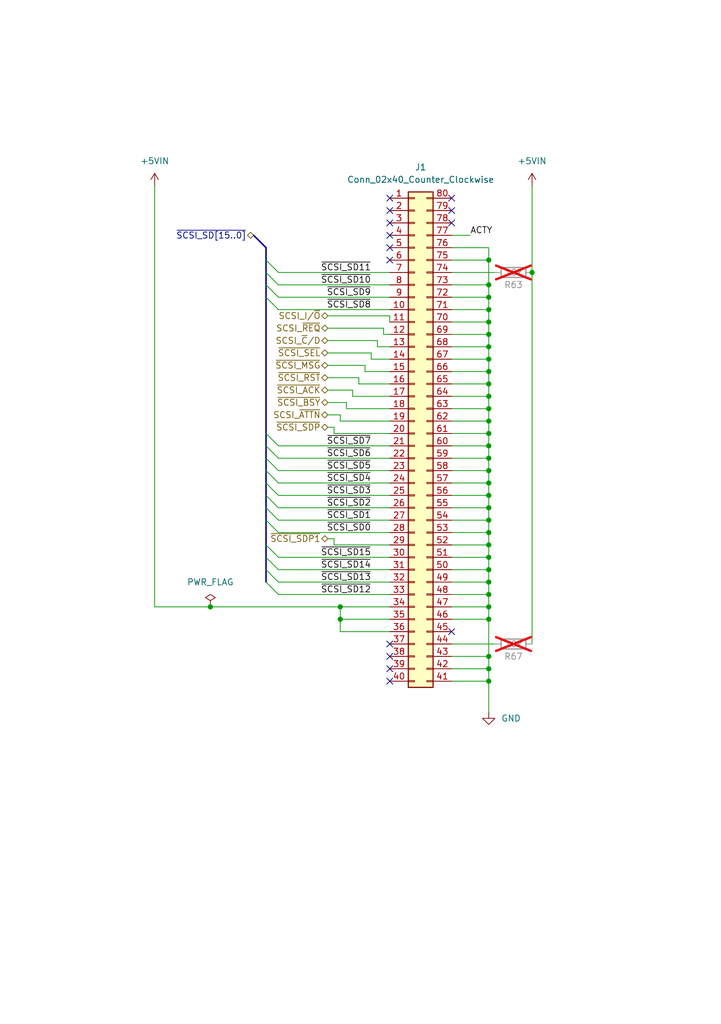
<source format=kicad_sch>
(kicad_sch (version 20250114) (generator "eeschema") (generator_version "9.0")
  (paper "A5" portrait)
  (title_block (title "GBSCSI2 Common Platform - SCSI Headers, 2mm/2.54mm") (date "2026-02-01") (rev "2.0") (comment 1 "Drawn by George R. M."))
  (lib_symbols
    (symbol "Connector_Generic:Conn_02x40_Counter_Clockwise" (pin_names (offset 1.016) (hide yes))
      (property "Reference" "J" (at 1.27 50.8 0))
      (property "Value" "Conn_02x40_Counter_Clockwise" (at 1.27 -53.34 0))
      (symbol "Conn_02x40_Counter_Clockwise_1_1"
        (rectangle (start -1.27 49.53) (end 3.81 -52.07) (stroke (width 0.254)) (fill (type background)))
        (rectangle (start -1.27 48.387) (end 0 48.133) (stroke (width 0.1524)))
        (rectangle (start -1.27 45.847) (end 0 45.593) (stroke (width 0.1524)))
        (rectangle (start -1.27 43.307) (end 0 43.053) (stroke (width 0.1524)))
        (rectangle (start -1.27 40.767) (end 0 40.513) (stroke (width 0.1524)))
        (rectangle (start -1.27 38.227) (end 0 37.973) (stroke (width 0.1524)))
        (rectangle (start -1.27 35.687) (end 0 35.433) (stroke (width 0.1524)))
        (rectangle (start -1.27 33.147) (end 0 32.893) (stroke (width 0.1524)))
        (rectangle (start -1.27 30.607) (end 0 30.353) (stroke (width 0.1524)))
        (rectangle (start -1.27 28.067) (end 0 27.813) (stroke (width 0.1524)))
        (rectangle (start -1.27 25.527) (end 0 25.273) (stroke (width 0.1524)))
        (rectangle (start -1.27 22.987) (end 0 22.733) (stroke (width 0.1524)))
        (rectangle (start -1.27 20.447) (end 0 20.193) (stroke (width 0.1524)))
        (rectangle (start -1.27 17.907) (end 0 17.653) (stroke (width 0.1524)))
        (rectangle (start -1.27 15.367) (end 0 15.113) (stroke (width 0.1524)))
        (rectangle (start -1.27 12.827) (end 0 12.573) (stroke (width 0.1524)))
        (rectangle (start -1.27 10.287) (end 0 10.033) (stroke (width 0.1524)))
        (rectangle (start -1.27 7.747) (end 0 7.493) (stroke (width 0.1524)))
        (rectangle (start -1.27 5.207) (end 0 4.953) (stroke (width 0.1524)))
        (rectangle (start -1.27 2.667) (end 0 2.413) (stroke (width 0.1524)))
        (rectangle (start -1.27 0.127) (end 0 -0.127) (stroke (width 0.1524)))
        (rectangle (start -1.27 -2.413) (end 0 -2.667) (stroke (width 0.1524)))
        (rectangle (start -1.27 -4.953) (end 0 -5.207) (stroke (width 0.1524)))
        (rectangle (start -1.27 -7.493) (end 0 -7.747) (stroke (width 0.1524)))
        (rectangle (start -1.27 -10.033) (end 0 -10.287) (stroke (width 0.1524)))
        (rectangle (start -1.27 -12.573) (end 0 -12.827) (stroke (width 0.1524)))
        (rectangle (start -1.27 -15.113) (end 0 -15.367) (stroke (width 0.1524)))
        (rectangle (start -1.27 -17.653) (end 0 -17.907) (stroke (width 0.1524)))
        (rectangle (start -1.27 -20.193) (end 0 -20.447) (stroke (width 0.1524)))
        (rectangle (start -1.27 -22.733) (end 0 -22.987) (stroke (width 0.1524)))
        (rectangle (start -1.27 -25.273) (end 0 -25.527) (stroke (width 0.1524)))
        (rectangle (start -1.27 -27.813) (end 0 -28.067) (stroke (width 0.1524)))
        (rectangle (start -1.27 -30.353) (end 0 -30.607) (stroke (width 0.1524)))
        (rectangle (start -1.27 -32.893) (end 0 -33.147) (stroke (width 0.1524)))
        (rectangle (start -1.27 -35.433) (end 0 -35.687) (stroke (width 0.1524)))
        (rectangle (start -1.27 -37.973) (end 0 -38.227) (stroke (width 0.1524)))
        (rectangle (start -1.27 -40.513) (end 0 -40.767) (stroke (width 0.1524)))
        (rectangle (start -1.27 -43.053) (end 0 -43.307) (stroke (width 0.1524)))
        (rectangle (start -1.27 -45.593) (end 0 -45.847) (stroke (width 0.1524)))
        (rectangle (start -1.27 -48.133) (end 0 -48.387) (stroke (width 0.1524)))
        (rectangle (start -1.27 -50.673) (end 0 -50.927) (stroke (width 0.1524)))
        (rectangle (start 3.81 48.387) (end 2.54 48.133) (stroke (width 0.1524)))
        (rectangle (start 3.81 45.847) (end 2.54 45.593) (stroke (width 0.1524)))
        (rectangle (start 3.81 43.307) (end 2.54 43.053) (stroke (width 0.1524)))
        (rectangle (start 3.81 40.767) (end 2.54 40.513) (stroke (width 0.1524)))
        (rectangle (start 3.81 38.227) (end 2.54 37.973) (stroke (width 0.1524)))
        (rectangle (start 3.81 35.687) (end 2.54 35.433) (stroke (width 0.1524)))
        (rectangle (start 3.81 33.147) (end 2.54 32.893) (stroke (width 0.1524)))
        (rectangle (start 3.81 30.607) (end 2.54 30.353) (stroke (width 0.1524)))
        (rectangle (start 3.81 28.067) (end 2.54 27.813) (stroke (width 0.1524)))
        (rectangle (start 3.81 25.527) (end 2.54 25.273) (stroke (width 0.1524)))
        (rectangle (start 3.81 22.987) (end 2.54 22.733) (stroke (width 0.1524)))
        (rectangle (start 3.81 20.447) (end 2.54 20.193) (stroke (width 0.1524)))
        (rectangle (start 3.81 17.907) (end 2.54 17.653) (stroke (width 0.1524)))
        (rectangle (start 3.81 15.367) (end 2.54 15.113) (stroke (width 0.1524)))
        (rectangle (start 3.81 12.827) (end 2.54 12.573) (stroke (width 0.1524)))
        (rectangle (start 3.81 10.287) (end 2.54 10.033) (stroke (width 0.1524)))
        (rectangle (start 3.81 7.747) (end 2.54 7.493) (stroke (width 0.1524)))
        (rectangle (start 3.81 5.207) (end 2.54 4.953) (stroke (width 0.1524)))
        (rectangle (start 3.81 2.667) (end 2.54 2.413) (stroke (width 0.1524)))
        (rectangle (start 3.81 0.127) (end 2.54 -0.127) (stroke (width 0.1524)))
        (rectangle (start 3.81 -2.413) (end 2.54 -2.667) (stroke (width 0.1524)))
        (rectangle (start 3.81 -4.953) (end 2.54 -5.207) (stroke (width 0.1524)))
        (rectangle (start 3.81 -7.493) (end 2.54 -7.747) (stroke (width 0.1524)))
        (rectangle (start 3.81 -10.033) (end 2.54 -10.287) (stroke (width 0.1524)))
        (rectangle (start 3.81 -12.573) (end 2.54 -12.827) (stroke (width 0.1524)))
        (rectangle (start 3.81 -15.113) (end 2.54 -15.367) (stroke (width 0.1524)))
        (rectangle (start 3.81 -17.653) (end 2.54 -17.907) (stroke (width 0.1524)))
        (rectangle (start 3.81 -20.193) (end 2.54 -20.447) (stroke (width 0.1524)))
        (rectangle (start 3.81 -22.733) (end 2.54 -22.987) (stroke (width 0.1524)))
        (rectangle (start 3.81 -25.273) (end 2.54 -25.527) (stroke (width 0.1524)))
        (rectangle (start 3.81 -27.813) (end 2.54 -28.067) (stroke (width 0.1524)))
        (rectangle (start 3.81 -30.353) (end 2.54 -30.607) (stroke (width 0.1524)))
        (rectangle (start 3.81 -32.893) (end 2.54 -33.147) (stroke (width 0.1524)))
        (rectangle (start 3.81 -35.433) (end 2.54 -35.687) (stroke (width 0.1524)))
        (rectangle (start 3.81 -37.973) (end 2.54 -38.227) (stroke (width 0.1524)))
        (rectangle (start 3.81 -40.513) (end 2.54 -40.767) (stroke (width 0.1524)))
        (rectangle (start 3.81 -43.053) (end 2.54 -43.307) (stroke (width 0.1524)))
        (rectangle (start 3.81 -45.593) (end 2.54 -45.847) (stroke (width 0.1524)))
        (rectangle (start 3.81 -48.133) (end 2.54 -48.387) (stroke (width 0.1524)))
        (rectangle (start 3.81 -50.673) (end 2.54 -50.927) (stroke (width 0.1524)))
        (pin passive line (at -5.08 48.26 0) (length 3.81) (name "Pin_1") (number "1"))
        (pin passive line (at -5.08 45.72 0) (length 3.81) (name "Pin_2") (number "2"))
        (pin passive line (at -5.08 43.18 0) (length 3.81) (name "Pin_3") (number "3"))
        (pin passive line (at -5.08 40.64 0) (length 3.81) (name "Pin_4") (number "4"))
        (pin passive line (at -5.08 38.1 0) (length 3.81) (name "Pin_5") (number "5"))
        (pin passive line (at -5.08 35.56 0) (length 3.81) (name "Pin_6") (number "6"))
        (pin passive line (at -5.08 33.02 0) (length 3.81) (name "Pin_7") (number "7"))
        (pin passive line (at -5.08 30.48 0) (length 3.81) (name "Pin_8") (number "8"))
        (pin passive line (at -5.08 27.94 0) (length 3.81) (name "Pin_9") (number "9"))
        (pin passive line (at -5.08 25.4 0) (length 3.81) (name "Pin_10") (number "10"))
        (pin passive line (at -5.08 22.86 0) (length 3.81) (name "Pin_11") (number "11"))
        (pin passive line (at -5.08 20.32 0) (length 3.81) (name "Pin_12") (number "12"))
        (pin passive line (at -5.08 17.78 0) (length 3.81) (name "Pin_13") (number "13"))
        (pin passive line (at -5.08 15.24 0) (length 3.81) (name "Pin_14") (number "14"))
        (pin passive line (at -5.08 12.7 0) (length 3.81) (name "Pin_15") (number "15"))
        (pin passive line (at -5.08 10.16 0) (length 3.81) (name "Pin_16") (number "16"))
        (pin passive line (at -5.08 7.62 0) (length 3.81) (name "Pin_17") (number "17"))
        (pin passive line (at -5.08 5.08 0) (length 3.81) (name "Pin_18") (number "18"))
        (pin passive line (at -5.08 2.54 0) (length 3.81) (name "Pin_19") (number "19"))
        (pin passive line (at -5.08 0 0) (length 3.81) (name "Pin_20") (number "20"))
        (pin passive line (at -5.08 -2.54 0) (length 3.81) (name "Pin_21") (number "21"))
        (pin passive line (at -5.08 -5.08 0) (length 3.81) (name "Pin_22") (number "22"))
        (pin passive line (at -5.08 -7.62 0) (length 3.81) (name "Pin_23") (number "23"))
        (pin passive line (at -5.08 -10.16 0) (length 3.81) (name "Pin_24") (number "24"))
        (pin passive line (at -5.08 -12.7 0) (length 3.81) (name "Pin_25") (number "25"))
        (pin passive line (at -5.08 -15.24 0) (length 3.81) (name "Pin_26") (number "26"))
        (pin passive line (at -5.08 -17.78 0) (length 3.81) (name "Pin_27") (number "27"))
        (pin passive line (at -5.08 -20.32 0) (length 3.81) (name "Pin_28") (number "28"))
        (pin passive line (at -5.08 -22.86 0) (length 3.81) (name "Pin_29") (number "29"))
        (pin passive line (at -5.08 -25.4 0) (length 3.81) (name "Pin_30") (number "30"))
        (pin passive line (at -5.08 -27.94 0) (length 3.81) (name "Pin_31") (number "31"))
        (pin passive line (at -5.08 -30.48 0) (length 3.81) (name "Pin_32") (number "32"))
        (pin passive line (at -5.08 -33.02 0) (length 3.81) (name "Pin_33") (number "33"))
        (pin passive line (at -5.08 -35.56 0) (length 3.81) (name "Pin_34") (number "34"))
        (pin passive line (at -5.08 -38.1 0) (length 3.81) (name "Pin_35") (number "35"))
        (pin passive line (at -5.08 -40.64 0) (length 3.81) (name "Pin_36") (number "36"))
        (pin passive line (at -5.08 -43.18 0) (length 3.81) (name "Pin_37") (number "37"))
        (pin passive line (at -5.08 -45.72 0) (length 3.81) (name "Pin_38") (number "38"))
        (pin passive line (at -5.08 -48.26 0) (length 3.81) (name "Pin_39") (number "39"))
        (pin passive line (at -5.08 -50.8 0) (length 3.81) (name "Pin_40") (number "40"))
        (pin passive line (at 7.62 48.26 180) (length 3.81) (name "Pin_80") (number "80"))
        (pin passive line (at 7.62 45.72 180) (length 3.81) (name "Pin_79") (number "79"))
        (pin passive line (at 7.62 43.18 180) (length 3.81) (name "Pin_78") (number "78"))
        (pin passive line (at 7.62 40.64 180) (length 3.81) (name "Pin_77") (number "77"))
        (pin passive line (at 7.62 38.1 180) (length 3.81) (name "Pin_76") (number "76"))
        (pin passive line (at 7.62 35.56 180) (length 3.81) (name "Pin_75") (number "75"))
        (pin passive line (at 7.62 33.02 180) (length 3.81) (name "Pin_74") (number "74"))
        (pin passive line (at 7.62 30.48 180) (length 3.81) (name "Pin_73") (number "73"))
        (pin passive line (at 7.62 27.94 180) (length 3.81) (name "Pin_72") (number "72"))
        (pin passive line (at 7.62 25.4 180) (length 3.81) (name "Pin_71") (number "71"))
        (pin passive line (at 7.62 22.86 180) (length 3.81) (name "Pin_70") (number "70"))
        (pin passive line (at 7.62 20.32 180) (length 3.81) (name "Pin_69") (number "69"))
        (pin passive line (at 7.62 17.78 180) (length 3.81) (name "Pin_68") (number "68"))
        (pin passive line (at 7.62 15.24 180) (length 3.81) (name "Pin_67") (number "67"))
        (pin passive line (at 7.62 12.7 180) (length 3.81) (name "Pin_66") (number "66"))
        (pin passive line (at 7.62 10.16 180) (length 3.81) (name "Pin_65") (number "65"))
        (pin passive line (at 7.62 7.62 180) (length 3.81) (name "Pin_64") (number "64"))
        (pin passive line (at 7.62 5.08 180) (length 3.81) (name "Pin_63") (number "63"))
        (pin passive line (at 7.62 2.54 180) (length 3.81) (name "Pin_62") (number "62"))
        (pin passive line (at 7.62 0 180) (length 3.81) (name "Pin_61") (number "61"))
        (pin passive line (at 7.62 -2.54 180) (length 3.81) (name "Pin_60") (number "60"))
        (pin passive line (at 7.62 -5.08 180) (length 3.81) (name "Pin_59") (number "59"))
        (pin passive line (at 7.62 -7.62 180) (length 3.81) (name "Pin_58") (number "58"))
        (pin passive line (at 7.62 -10.16 180) (length 3.81) (name "Pin_57") (number "57"))
        (pin passive line (at 7.62 -12.7 180) (length 3.81) (name "Pin_56") (number "56"))
        (pin passive line (at 7.62 -15.24 180) (length 3.81) (name "Pin_55") (number "55"))
        (pin passive line (at 7.62 -17.78 180) (length 3.81) (name "Pin_54") (number "54"))
        (pin passive line (at 7.62 -20.32 180) (length 3.81) (name "Pin_53") (number "53"))
        (pin passive line (at 7.62 -22.86 180) (length 3.81) (name "Pin_52") (number "52"))
        (pin passive line (at 7.62 -25.4 180) (length 3.81) (name "Pin_51") (number "51"))
        (pin passive line (at 7.62 -27.94 180) (length 3.81) (name "Pin_50") (number "50"))
        (pin passive line (at 7.62 -30.48 180) (length 3.81) (name "Pin_49") (number "49"))
        (pin passive line (at 7.62 -33.02 180) (length 3.81) (name "Pin_48") (number "48"))
        (pin passive line (at 7.62 -35.56 180) (length 3.81) (name "Pin_47") (number "47"))
        (pin passive line (at 7.62 -38.1 180) (length 3.81) (name "Pin_46") (number "46"))
        (pin passive line (at 7.62 -40.64 180) (length 3.81) (name "Pin_45") (number "45"))
        (pin passive line (at 7.62 -43.18 180) (length 3.81) (name "Pin_44") (number "44"))
        (pin passive line (at 7.62 -45.72 180) (length 3.81) (name "Pin_43") (number "43"))
        (pin passive line (at 7.62 -48.26 180) (length 3.81) (name "Pin_42") (number "42"))
        (pin passive line (at 7.62 -50.8 180) (length 3.81) (name "Pin_41") (number "41"))
      )
    )
    (symbol "Device:R" (pin_numbers (hide yes)) (pin_names (offset 0))
      (property "Reference" "R" (at 2.032 0 90))
      (property "Value" "R" (at 0 0 90))
      (symbol "R_0_1"
        (rectangle (start -1.016 -2.54) (end 1.016 2.54) (stroke (width 0.254)))
      )
      (symbol "R_1_1"
        (pin passive line (at 0 3.81 270) (length 1.27) (name "~") (number "1"))
        (pin passive line (at 0 -3.81 90) (length 1.27) (name "~") (number "2"))
      )
    )
    (symbol "power:+5V" (power) (pin_numbers (hide yes)) (pin_names (offset 0) (hide yes))
      (property "Value" "+5V" (at 0 3.556 0))
      (symbol "+5V_0_1"
        (polyline (pts (xy -0.762 1.27) (xy 0 2.54)))
        (polyline (pts (xy 0 2.54) (xy 0.762 1.27)))
        (polyline (pts (xy 0 0) (xy 0 2.54)))
      )
      (symbol "+5V_1_1"
        (pin power_in line (at 0 0 90) (length 0) (name "~") (number "1"))
      )
    )
    (symbol "power:GND" (power) (pin_numbers (hide yes)) (pin_names (offset 0) (hide yes))
      (property "Value" "GND" (at 0 -3.81 0))
      (symbol "GND_0_1"
        (polyline (pts (xy 0 0) (xy 0 -1.27) (xy 1.27 -1.27) (xy 0 -2.54) (xy -1.27 -1.27) (xy 0 -1.27)))
      )
      (symbol "GND_1_1"
        (pin power_in line (at 0 0 270) (length 0) (name "~") (number "1"))
      )
    )
    (symbol "power:PWR_FLAG" (power) (pin_numbers (hide yes)) (pin_names (offset 0) (hide yes))
      (property "Value" "PWR_FLAG" (at 0 3.81 0))
      (symbol "PWR_FLAG_0_0"
        (pin power_out line (at 0 0 90) (length 0) (name "~") (number "1"))
      )
      (symbol "PWR_FLAG_0_1"
        (polyline (pts (xy 0 0) (xy 0 1.27) (xy -1.016 1.905) (xy 0 2.54) (xy 1.016 1.905) (xy 0 1.27)))
      )
    )
  )
  (junction (at 100.33 99.06))
  (junction (at 100.33 139.7))
  (junction (at 100.33 119.38))
  (junction (at 100.33 81.28))
  (junction (at 100.33 121.92))
  (junction (at 100.33 88.9))
  (junction (at 100.33 83.82))
  (junction (at 100.33 101.6))
  (junction (at 100.33 78.74))
  (junction (at 100.33 116.84))
  (junction (at 100.33 109.22))
  (junction (at 100.33 63.5))
  (junction (at 100.33 104.14))
  (junction (at 100.33 124.46))
  (junction (at 100.33 58.42))
  (junction (at 100.33 86.36))
  (junction (at 43.18 124.46))
  (junction (at 69.85 127))
  (junction (at 100.33 53.34))
  (junction (at 100.33 96.52))
  (junction (at 100.33 111.76))
  (junction (at 100.33 114.3))
  (junction (at 69.85 124.46))
  (junction (at 100.33 91.44))
  (junction (at 100.33 60.96))
  (junction (at 100.33 134.62))
  (junction (at 100.33 73.66))
  (junction (at 100.33 137.16))
  (junction (at 100.33 93.98))
  (junction (at 100.33 71.12))
  (junction (at 100.33 76.2))
  (junction (at 100.33 127))
  (junction (at 100.33 66.04))
  (junction (at 100.33 106.68))
  (junction (at 109.22 55.88))
  (junction (at 100.33 68.58))
  (no_connect (at 80.01 48.26))
  (no_connect (at 80.01 43.18))
  (no_connect (at 92.71 129.54))
  (no_connect (at 80.01 137.16))
  (no_connect (at 80.01 40.64))
  (no_connect (at 92.71 40.64))
  (no_connect (at 80.01 139.7))
  (no_connect (at 92.71 43.18))
  (no_connect (at 80.01 132.08))
  (no_connect (at 80.01 134.62))
  (no_connect (at 80.01 53.34))
  (no_connect (at 80.01 50.8))
  (no_connect (at 92.71 45.72))
  (no_connect (at 80.01 45.72))
  (bus_entry (at 57.15 60.96) (size -2.54 -2.54))
  (bus_entry (at 57.15 58.42) (size -2.54 -2.54))
  (bus_entry (at 57.15 109.22) (size -2.54 -2.54))
  (bus_entry (at 57.15 96.52) (size -2.54 -2.54))
  (bus_entry (at 57.15 121.92) (size -2.54 -2.54))
  (bus_entry (at 57.15 63.5) (size -2.54 -2.54))
  (bus_entry (at 57.15 114.3) (size -2.54 -2.54))
  (bus_entry (at 57.15 99.06) (size -2.54 -2.54))
  (bus_entry (at 57.15 55.88) (size -2.54 -2.54))
  (bus_entry (at 57.15 104.14) (size -2.54 -2.54))
  (bus_entry (at 57.15 106.68) (size -2.54 -2.54))
  (bus_entry (at 57.15 116.84) (size -2.54 -2.54))
  (bus_entry (at 57.15 101.6) (size -2.54 -2.54))
  (bus_entry (at 57.15 93.98) (size -2.54 -2.54))
  (bus_entry (at 57.15 119.38) (size -2.54 -2.54))
  (bus_entry (at 57.15 91.44) (size -2.54 -2.54))
  (wire (pts (xy 71.12 83.82) (xy 80.01 83.82)))
  (wire (pts (xy 92.71 50.8) (xy 100.33 50.8)))
  (wire (pts (xy 57.15 96.52) (xy 80.01 96.52)))
  (wire (pts (xy 80.01 129.54) (xy 69.85 129.54)))
  (wire (pts (xy 100.33 134.62) (xy 100.33 137.16)))
  (wire (pts (xy 76.2 73.66) (xy 80.01 73.66)))
  (bus (pts (xy 54.61 104.14) (xy 54.61 101.6)))
  (wire (pts (xy 109.22 38.1) (xy 109.22 55.88)))
  (wire (pts (xy 69.85 85.09) (xy 69.85 86.36)))
  (wire (pts (xy 100.33 73.66) (xy 100.33 76.2)))
  (wire (pts (xy 100.33 124.46) (xy 100.33 127)))
  (wire (pts (xy 100.33 119.38) (xy 100.33 121.92)))
  (wire (pts (xy 80.01 64.77) (xy 80.01 66.04)))
  (wire (pts (xy 67.31 64.77) (xy 80.01 64.77)))
  (wire (pts (xy 100.33 146.05) (xy 100.33 139.7)))
  (wire (pts (xy 92.71 78.74) (xy 100.33 78.74)))
  (wire (pts (xy 100.33 96.52) (xy 100.33 99.06)))
  (bus (pts (xy 54.61 96.52) (xy 54.61 93.98)))
  (bus (pts (xy 54.61 96.52) (xy 54.61 99.06)))
  (wire (pts (xy 68.58 87.63) (xy 68.58 88.9)))
  (wire (pts (xy 57.15 58.42) (xy 80.01 58.42)))
  (wire (pts (xy 78.74 67.31) (xy 78.74 68.58)))
  (wire (pts (xy 92.71 114.3) (xy 100.33 114.3)))
  (wire (pts (xy 67.31 87.63) (xy 68.58 87.63)))
  (bus (pts (xy 54.61 60.96) (xy 54.61 58.42)))
  (wire (pts (xy 92.71 121.92) (xy 100.33 121.92)))
  (wire (pts (xy 92.71 68.58) (xy 100.33 68.58)))
  (bus (pts (xy 54.61 116.84) (xy 54.61 114.3)))
  (wire (pts (xy 43.18 124.46) (xy 69.85 124.46)))
  (wire (pts (xy 92.71 73.66) (xy 100.33 73.66)))
  (wire (pts (xy 92.71 86.36) (xy 100.33 86.36)))
  (bus (pts (xy 54.61 50.8) (xy 52.07 48.26)))
  (wire (pts (xy 57.15 104.14) (xy 80.01 104.14)))
  (wire (pts (xy 69.85 129.54) (xy 69.85 127)))
  (wire (pts (xy 71.12 82.55) (xy 71.12 83.82)))
  (wire (pts (xy 92.71 93.98) (xy 100.33 93.98)))
  (wire (pts (xy 100.33 106.68) (xy 100.33 109.22)))
  (bus (pts (xy 54.61 106.68) (xy 54.61 104.14)))
  (wire (pts (xy 100.33 101.6) (xy 100.33 104.14)))
  (wire (pts (xy 100.33 88.9) (xy 100.33 91.44)))
  (wire (pts (xy 100.33 81.28) (xy 100.33 83.82)))
  (wire (pts (xy 100.33 93.98) (xy 100.33 96.52)))
  (wire (pts (xy 92.71 96.52) (xy 100.33 96.52)))
  (wire (pts (xy 92.71 99.06) (xy 100.33 99.06)))
  (wire (pts (xy 92.71 109.22) (xy 100.33 109.22)))
  (wire (pts (xy 100.33 50.8) (xy 100.33 53.34)))
  (wire (pts (xy 69.85 124.46) (xy 69.85 127)))
  (wire (pts (xy 100.33 78.74) (xy 100.33 81.28)))
  (wire (pts (xy 67.31 74.93) (xy 74.93 74.93)))
  (wire (pts (xy 73.66 77.47) (xy 73.66 78.74)))
  (wire (pts (xy 100.33 83.82) (xy 100.33 86.36)))
  (wire (pts (xy 92.71 116.84) (xy 100.33 116.84)))
  (wire (pts (xy 100.33 63.5) (xy 100.33 66.04)))
  (bus (pts (xy 54.61 55.88) (xy 54.61 53.34)))
  (wire (pts (xy 72.39 80.01) (xy 72.39 81.28)))
  (wire (pts (xy 92.71 132.08) (xy 101.6 132.08)))
  (bus (pts (xy 54.61 93.98) (xy 54.61 91.44)))
  (wire (pts (xy 92.71 127) (xy 100.33 127)))
  (wire (pts (xy 92.71 111.76) (xy 100.33 111.76)))
  (wire (pts (xy 92.71 83.82) (xy 100.33 83.82)))
  (wire (pts (xy 100.33 86.36) (xy 100.33 88.9)))
  (wire (pts (xy 67.31 110.49) (xy 68.58 110.49)))
  (wire (pts (xy 57.15 99.06) (xy 80.01 99.06)))
  (wire (pts (xy 57.15 93.98) (xy 80.01 93.98)))
  (wire (pts (xy 72.39 81.28) (xy 80.01 81.28)))
  (wire (pts (xy 57.15 60.96) (xy 80.01 60.96)))
  (wire (pts (xy 92.71 91.44) (xy 100.33 91.44)))
  (wire (pts (xy 109.22 132.08) (xy 109.22 55.88)))
  (wire (pts (xy 92.71 106.68) (xy 100.33 106.68)))
  (bus (pts (xy 54.61 88.9) (xy 54.61 60.96)))
  (wire (pts (xy 73.66 78.74) (xy 80.01 78.74)))
  (wire (pts (xy 100.33 114.3) (xy 100.33 116.84)))
  (wire (pts (xy 92.71 60.96) (xy 100.33 60.96)))
  (wire (pts (xy 92.71 139.7) (xy 100.33 139.7)))
  (wire (pts (xy 78.74 68.58) (xy 80.01 68.58)))
  (wire (pts (xy 92.71 66.04) (xy 100.33 66.04)))
  (wire (pts (xy 100.33 53.34) (xy 100.33 58.42)))
  (wire (pts (xy 100.33 60.96) (xy 100.33 63.5)))
  (wire (pts (xy 67.31 82.55) (xy 71.12 82.55)))
  (wire (pts (xy 31.75 38.1) (xy 31.75 124.46)))
  (wire (pts (xy 92.71 101.6) (xy 100.33 101.6)))
  (wire (pts (xy 100.33 91.44) (xy 100.33 93.98)))
  (wire (pts (xy 77.47 71.12) (xy 80.01 71.12)))
  (wire (pts (xy 57.15 63.5) (xy 80.01 63.5)))
  (wire (pts (xy 92.71 137.16) (xy 100.33 137.16)))
  (wire (pts (xy 57.15 109.22) (xy 80.01 109.22)))
  (wire (pts (xy 92.71 58.42) (xy 100.33 58.42)))
  (wire (pts (xy 96.52 48.26) (xy 92.71 48.26)))
  (bus (pts (xy 54.61 101.6) (xy 54.61 99.06)))
  (wire (pts (xy 57.15 101.6) (xy 80.01 101.6)))
  (bus (pts (xy 54.61 119.38) (xy 54.61 116.84)))
  (wire (pts (xy 80.01 124.46) (xy 69.85 124.46)))
  (bus (pts (xy 54.61 53.34) (xy 54.61 50.8)))
  (wire (pts (xy 92.71 63.5) (xy 100.33 63.5)))
  (wire (pts (xy 67.31 77.47) (xy 73.66 77.47)))
  (wire (pts (xy 100.33 58.42) (xy 100.33 60.96)))
  (wire (pts (xy 67.31 72.39) (xy 76.2 72.39)))
  (wire (pts (xy 77.47 69.85) (xy 77.47 71.12)))
  (wire (pts (xy 92.71 55.88) (xy 101.6 55.88)))
  (wire (pts (xy 76.2 72.39) (xy 76.2 73.66)))
  (wire (pts (xy 92.71 81.28) (xy 100.33 81.28)))
  (wire (pts (xy 69.85 127) (xy 80.01 127)))
  (wire (pts (xy 100.33 76.2) (xy 100.33 78.74)))
  (wire (pts (xy 57.15 116.84) (xy 80.01 116.84)))
  (wire (pts (xy 92.71 53.34) (xy 100.33 53.34)))
  (wire (pts (xy 57.15 114.3) (xy 80.01 114.3)))
  (wire (pts (xy 100.33 116.84) (xy 100.33 119.38)))
  (wire (pts (xy 92.71 76.2) (xy 100.33 76.2)))
  (bus (pts (xy 54.61 114.3) (xy 54.61 111.76)))
  (wire (pts (xy 100.33 68.58) (xy 100.33 71.12)))
  (bus (pts (xy 54.61 58.42) (xy 54.61 55.88)))
  (wire (pts (xy 69.85 86.36) (xy 80.01 86.36)))
  (wire (pts (xy 68.58 111.76) (xy 80.01 111.76)))
  (wire (pts (xy 67.31 67.31) (xy 78.74 67.31)))
  (wire (pts (xy 100.33 109.22) (xy 100.33 111.76)))
  (wire (pts (xy 92.71 88.9) (xy 100.33 88.9)))
  (wire (pts (xy 57.15 119.38) (xy 80.01 119.38)))
  (wire (pts (xy 68.58 88.9) (xy 80.01 88.9)))
  (wire (pts (xy 92.71 104.14) (xy 100.33 104.14)))
  (bus (pts (xy 54.61 91.44) (xy 54.61 88.9)))
  (wire (pts (xy 57.15 106.68) (xy 80.01 106.68)))
  (wire (pts (xy 100.33 137.16) (xy 100.33 139.7)))
  (wire (pts (xy 100.33 71.12) (xy 100.33 73.66)))
  (wire (pts (xy 100.33 111.76) (xy 100.33 114.3)))
  (wire (pts (xy 31.75 124.46) (xy 43.18 124.46)))
  (wire (pts (xy 74.93 74.93) (xy 74.93 76.2)))
  (wire (pts (xy 57.15 55.88) (xy 80.01 55.88)))
  (wire (pts (xy 100.33 127) (xy 100.33 134.62)))
  (wire (pts (xy 100.33 66.04) (xy 100.33 68.58)))
  (wire (pts (xy 67.31 69.85) (xy 77.47 69.85)))
  (bus (pts (xy 54.61 106.68) (xy 54.61 111.76)))
  (wire (pts (xy 57.15 91.44) (xy 80.01 91.44)))
  (wire (pts (xy 92.71 71.12) (xy 100.33 71.12)))
  (wire (pts (xy 74.93 76.2) (xy 80.01 76.2)))
  (wire (pts (xy 67.31 80.01) (xy 72.39 80.01)))
  (wire (pts (xy 67.31 85.09) (xy 69.85 85.09)))
  (wire (pts (xy 100.33 121.92) (xy 100.33 124.46)))
  (wire (pts (xy 100.33 99.06) (xy 100.33 101.6)))
  (wire (pts (xy 92.71 124.46) (xy 100.33 124.46)))
  (wire (pts (xy 92.71 134.62) (xy 100.33 134.62)))
  (wire (pts (xy 68.58 110.49) (xy 68.58 111.76)))
  (wire (pts (xy 100.33 104.14) (xy 100.33 106.68)))
  (wire (pts (xy 57.15 121.92) (xy 80.01 121.92)))
  (wire (pts (xy 92.71 119.38) (xy 100.33 119.38)))
  (label "~{SCSI_SD14}" (at 76.2 116.84 180))
  (label "~{SCSI_SD12}" (at 76.2 121.92 180))
  (label "~{SCSI_SD6}" (at 76.2 93.98 180))
  (label "ACTY" (at 96.52 48.26 0))
  (label "~{SCSI_SD5}" (at 76.2 96.52 180))
  (label "~{SCSI_SD10}" (at 76.2 58.42 180))
  (label "~{SCSI_SD4}" (at 76.2 99.06 180))
  (label "~{SCSI_SD0}" (at 76.2 109.22 180))
  (label "~{SCSI_SD1}" (at 76.2 106.68 180))
  (label "~{SCSI_SD7}" (at 76.2 91.44 180))
  (label "~{SCSI_SD13}" (at 76.2 119.38 180))
  (label "~{SCSI_SD2}" (at 76.2 104.14 180))
  (label "~{SCSI_SD3}" (at 76.2 101.6 180))
  (label "~{SCSI_SD8}" (at 76.2 63.5 180))
  (label "~{SCSI_SD11}" (at 76.2 55.88 180))
  (label "~{SCSI_SD9}" (at 76.2 60.96 180))
  (label "~{SCSI_SD15}" (at 76.2 114.3 180))
  (hierarchical_label "SCSI_~{REQ}" (shape bidirectional) (at 67.31 67.31 180))
  (hierarchical_label "~{SCSI_RST}" (shape bidirectional) (at 67.31 77.47 180))
  (hierarchical_label "SCSI_I{slash}~{O}" (shape bidirectional) (at 67.31 64.77 180))
  (hierarchical_label "~{SCSI_BSY}" (shape bidirectional) (at 67.31 82.55 180))
  (hierarchical_label "~{SCSI_ACK}" (shape bidirectional) (at 67.31 80.01 180))
  (hierarchical_label "SCSI_~{ATTN}" (shape bidirectional) (at 67.31 85.09 180))
  (hierarchical_label "~{SCSI_MSG}" (shape bidirectional) (at 67.31 74.93 180))
  (hierarchical_label "~{SCSI_SEL}" (shape bidirectional) (at 67.31 72.39 180))
  (hierarchical_label "~{SCSI_SDP1}" (shape bidirectional) (at 67.31 110.49 180))
  (hierarchical_label "SCSI_~{C}{slash}D" (shape bidirectional) (at 67.31 69.85 180))
  (hierarchical_label "~{SCSI_SD[15..0]}" (shape bidirectional) (at 52.07 48.26 180))
  (hierarchical_label "~{SCSI_SDP}" (shape bidirectional) (at 67.31 87.63 180))
  (symbol (lib_id "power:+5V") (at 31.75 38.1 0) (unit 1)
    (property "Reference" "#PWR0129" (effects (hide yes)))
    (property "Value" "+5VIN" (at 31.75 33.02 0))
    (property "Description" "Power symbol creates a global label with name \"+5V\"" (effects (hide yes)))
  )
  (symbol (lib_id "power:+5V") (at 109.22 38.1 0) (unit 1)
    (property "Reference" "#PWR0128" (effects (hide yes)))
    (property "Value" "+5VIN" (at 109.22 33.02 0))
    (property "Description" "Power symbol creates a global label with name \"+5V\"" (effects (hide yes)))
  )
  (symbol (lib_id "power:GND") (at 100.33 146.05 0) (unit 1)
    (property "Reference" "#PWR0127" (effects (hide yes)))
    (property "Value" "GND" (at 102.87 147.32 0) (effects (justify left)))
  )
  (symbol (lib_id "Connector_Generic:Conn_02x40_Counter_Clockwise") (at 85.09 88.9 0) (unit 1)
    (property "Reference" "J1" (at 86.36 34.29 0))
    (property "Value" "Conn_02x40_Counter_Clockwise" (at 86.36 36.83 0))
    (property "Footprint" "GBSCSI:CHAMPII_80" (effects (hide yes)))
  )
  (symbol (lib_id "Device:R") (at 105.41 132.08 90) (mirror x) (unit 1) (in_bom no) (dnp yes)
    (property "Reference" "R67" (at 105.41 134.62 90))
    (property "Value" "10k" (at 105.41 132.08 90))
    (property "Footprint" "Resistor_SMD:R_0603_1608Metric" (effects (hide yes)))
    (property "LCSC" "C25804" (effects (hide yes)))
    (property "LCSC Part #" "C25804" (effects (hide yes)))
  )
  (symbol (lib_id "power:PWR_FLAG") (at 43.18 124.46 0) (unit 1)
    (property "Reference" "#FLG05" (effects (hide yes)))
    (property "Value" "PWR_FLAG" (at 43.18 119.38 0))
    (property "Description" "Special symbol for telling ERC where power comes from" (effects (hide yes)))
  )
  (symbol (lib_id "Device:R") (at 105.41 55.88 90) (mirror x) (unit 1) (in_bom no) (dnp yes)
    (property "Reference" "R63" (at 105.41 58.42 90))
    (property "Value" "10k" (at 105.41 55.88 90))
    (property "Footprint" "Resistor_SMD:R_0603_1608Metric" (effects (hide yes)))
    (property "LCSC" "C25804" (effects (hide yes)))
    (property "LCSC Part #" "C25804" (effects (hide yes)))
  )
)
</source>
